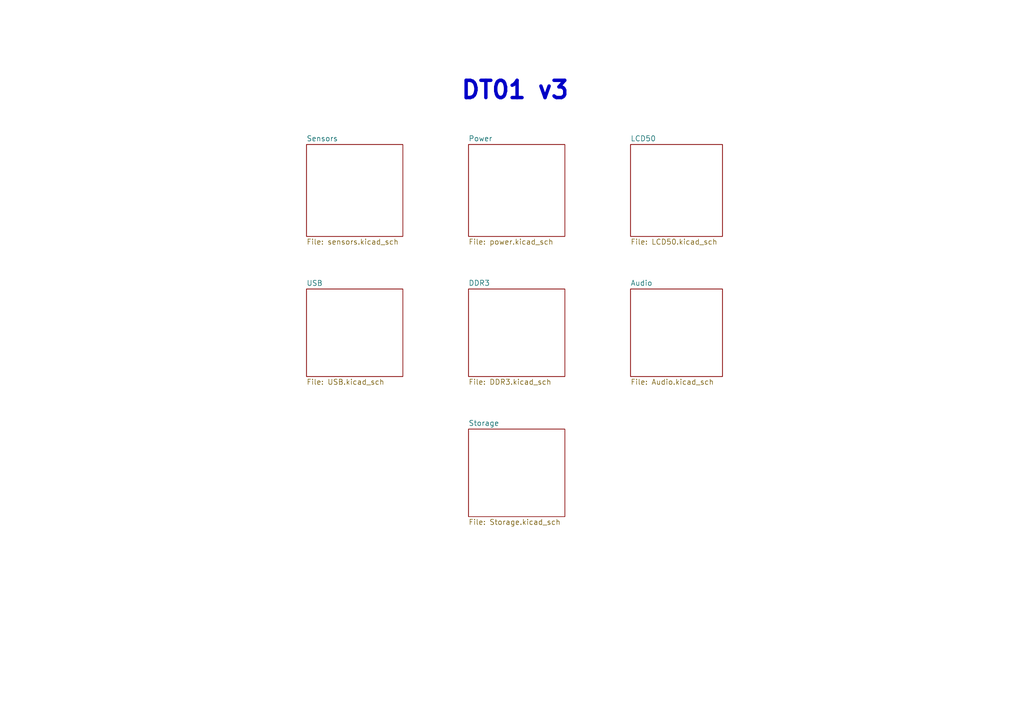
<source format=kicad_sch>
(kicad_sch
	(version 20231120)
	(generator "eeschema")
	(generator_version "8.0")
	(uuid "ecb08114-fc4e-4bc8-b4fa-b5db0afc914e")
	(paper "A4")
	(lib_symbols)
	(text "DT01 v3"
		(exclude_from_sim no)
		(at 133.35 29.21 0)
		(effects
			(font
				(size 5.0038 5.0038)
				(thickness 1.0008)
				(bold yes)
			)
			(justify left bottom)
		)
		(uuid "d83ec2f6-6bb5-444e-8fc6-e418e2efcbb4")
	)
	(sheet
		(at 88.9 83.82)
		(size 27.94 25.4)
		(fields_autoplaced yes)
		(stroke
			(width 0)
			(type solid)
		)
		(fill
			(color 0 0 0 0.0000)
		)
		(uuid "55c8c29e-71b6-4b9a-b897-b5323b006f48")
		(property "Sheetname" "USB"
			(at 88.9 82.9941 0)
			(effects
				(font
					(size 1.4986 1.4986)
				)
				(justify left bottom)
			)
		)
		(property "Sheetfile" "USB.kicad_sch"
			(at 88.9 109.9062 0)
			(effects
				(font
					(size 1.524 1.524)
				)
				(justify left top)
			)
		)
		(instances
			(project "DFTBoard"
				(path "/ecb08114-fc4e-4bc8-b4fa-b5db0afc914e"
					(page "6")
				)
			)
		)
	)
	(sheet
		(at 182.88 83.82)
		(size 26.67 25.4)
		(fields_autoplaced yes)
		(stroke
			(width 0)
			(type solid)
		)
		(fill
			(color 0 0 0 0.0000)
		)
		(uuid "b742a56b-f64d-4c56-b151-5e8eee8ed57c")
		(property "Sheetname" "Audio"
			(at 182.88 82.9814 0)
			(effects
				(font
					(size 1.524 1.524)
				)
				(justify left bottom)
			)
		)
		(property "Sheetfile" "Audio.kicad_sch"
			(at 182.88 109.9062 0)
			(effects
				(font
					(size 1.524 1.524)
				)
				(justify left top)
			)
		)
		(instances
			(project "DFTBoard"
				(path "/ecb08114-fc4e-4bc8-b4fa-b5db0afc914e"
					(page "3")
				)
			)
		)
	)
	(sheet
		(at 135.89 41.91)
		(size 27.94 26.67)
		(fields_autoplaced yes)
		(stroke
			(width 0)
			(type solid)
		)
		(fill
			(color 0 0 0 0.0000)
		)
		(uuid "be37b166-353b-4bc5-948b-d8138119bb02")
		(property "Sheetname" "Power"
			(at 135.89 41.0714 0)
			(effects
				(font
					(size 1.524 1.524)
				)
				(justify left bottom)
			)
		)
		(property "Sheetfile" "power.kicad_sch"
			(at 135.89 69.2662 0)
			(effects
				(font
					(size 1.524 1.524)
				)
				(justify left top)
			)
		)
		(instances
			(project "DFTBoard"
				(path "/ecb08114-fc4e-4bc8-b4fa-b5db0afc914e"
					(page "7")
				)
			)
		)
	)
	(sheet
		(at 182.88 41.91)
		(size 26.67 26.67)
		(fields_autoplaced yes)
		(stroke
			(width 0)
			(type solid)
		)
		(fill
			(color 0 0 0 0.0000)
		)
		(uuid "e2a38a54-85b8-46d7-87c1-8d086aeb7a31")
		(property "Sheetname" "LCD50"
			(at 182.88 41.0714 0)
			(effects
				(font
					(size 1.524 1.524)
				)
				(justify left bottom)
			)
		)
		(property "Sheetfile" "LCD50.kicad_sch"
			(at 182.88 69.2662 0)
			(effects
				(font
					(size 1.524 1.524)
				)
				(justify left top)
			)
		)
		(instances
			(project "DFTBoard"
				(path "/ecb08114-fc4e-4bc8-b4fa-b5db0afc914e"
					(page "5")
				)
			)
		)
	)
	(sheet
		(at 88.9 41.91)
		(size 27.94 26.67)
		(fields_autoplaced yes)
		(stroke
			(width 0)
			(type solid)
		)
		(fill
			(color 0 0 0 0.0000)
		)
		(uuid "e6aba663-671b-4117-8f98-73b7ce3f019f")
		(property "Sheetname" "Sensors"
			(at 88.9 41.0714 0)
			(effects
				(font
					(size 1.524 1.524)
				)
				(justify left bottom)
			)
		)
		(property "Sheetfile" "sensors.kicad_sch"
			(at 88.9 69.2662 0)
			(effects
				(font
					(size 1.524 1.524)
				)
				(justify left top)
			)
		)
		(instances
			(project "DFTBoard"
				(path "/ecb08114-fc4e-4bc8-b4fa-b5db0afc914e"
					(page "4")
				)
			)
		)
	)
	(sheet
		(at 135.89 83.82)
		(size 27.94 25.4)
		(fields_autoplaced yes)
		(stroke
			(width 0)
			(type solid)
		)
		(fill
			(color 0 0 0 0.0000)
		)
		(uuid "f5d9f616-d532-4bd8-ac7a-16a053d7069d")
		(property "Sheetname" "DDR3"
			(at 135.89 82.9814 0)
			(effects
				(font
					(size 1.524 1.524)
				)
				(justify left bottom)
			)
		)
		(property "Sheetfile" "DDR3.kicad_sch"
			(at 135.89 109.9062 0)
			(effects
				(font
					(size 1.524 1.524)
				)
				(justify left top)
			)
		)
		(instances
			(project "DFTBoard"
				(path "/ecb08114-fc4e-4bc8-b4fa-b5db0afc914e"
					(page "8")
				)
			)
		)
	)
	(sheet
		(at 135.89 124.46)
		(size 27.94 25.4)
		(fields_autoplaced yes)
		(stroke
			(width 0)
			(type solid)
		)
		(fill
			(color 0 0 0 0.0000)
		)
		(uuid "f69e51a4-ded9-47ae-bd40-dfbd3e75a5b3")
		(property "Sheetname" "Storage"
			(at 135.89 123.6214 0)
			(effects
				(font
					(size 1.524 1.524)
				)
				(justify left bottom)
			)
		)
		(property "Sheetfile" "Storage.kicad_sch"
			(at 135.89 150.5462 0)
			(effects
				(font
					(size 1.524 1.524)
				)
				(justify left top)
			)
		)
		(instances
			(project "DFTBoard"
				(path "/ecb08114-fc4e-4bc8-b4fa-b5db0afc914e"
					(page "2")
				)
			)
		)
	)
	(sheet_instances
		(path "/"
			(page "1")
		)
	)
)

</source>
